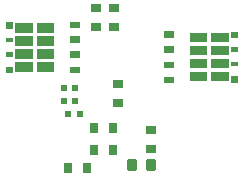
<source format=gbr>
%TF.GenerationSoftware,KiCad,Pcbnew,(6.0.1)*%
%TF.CreationDate,2022-07-19T09:56:27+08:00*%
%TF.ProjectId,HighSideSwitch,48696768-5369-4646-9553-77697463682e,rev?*%
%TF.SameCoordinates,Original*%
%TF.FileFunction,Paste,Top*%
%TF.FilePolarity,Positive*%
%FSLAX46Y46*%
G04 Gerber Fmt 4.6, Leading zero omitted, Abs format (unit mm)*
G04 Created by KiCad (PCBNEW (6.0.1)) date 2022-07-19 09:56:27*
%MOMM*%
%LPD*%
G01*
G04 APERTURE LIST*
G04 Aperture macros list*
%AMRoundRect*
0 Rectangle with rounded corners*
0 $1 Rounding radius*
0 $2 $3 $4 $5 $6 $7 $8 $9 X,Y pos of 4 corners*
0 Add a 4 corners polygon primitive as box body*
4,1,4,$2,$3,$4,$5,$6,$7,$8,$9,$2,$3,0*
0 Add four circle primitives for the rounded corners*
1,1,$1+$1,$2,$3*
1,1,$1+$1,$4,$5*
1,1,$1+$1,$6,$7*
1,1,$1+$1,$8,$9*
0 Add four rect primitives between the rounded corners*
20,1,$1+$1,$2,$3,$4,$5,0*
20,1,$1+$1,$4,$5,$6,$7,0*
20,1,$1+$1,$6,$7,$8,$9,0*
20,1,$1+$1,$8,$9,$2,$3,0*%
G04 Aperture macros list end*
%ADD10RoundRect,0.000000X-0.400000X-0.320000X0.400000X-0.320000X0.400000X0.320000X-0.400000X0.320000X0*%
%ADD11RoundRect,0.000000X0.200000X-0.240000X0.200000X0.240000X-0.200000X0.240000X-0.200000X-0.240000X0*%
%ADD12RoundRect,0.000000X0.340000X-0.425000X0.340000X0.425000X-0.340000X0.425000X-0.340000X-0.425000X0*%
%ADD13RoundRect,0.000000X-0.320000X0.400000X-0.320000X-0.400000X0.320000X-0.400000X0.320000X0.400000X0*%
%ADD14R,0.850000X0.600000*%
%ADD15RoundRect,0.000000X0.400000X0.320000X-0.400000X0.320000X-0.400000X-0.320000X0.400000X-0.320000X0*%
%ADD16RoundRect,0.000000X-0.200000X0.240000X-0.200000X-0.240000X0.200000X-0.240000X0.200000X0.240000X0*%
G04 APERTURE END LIST*
%TO.C,Q2*%
G36*
X177653800Y-84457800D02*
G01*
X178253800Y-84457800D01*
X178253800Y-84057800D01*
X177653800Y-84057800D01*
X177653800Y-84457800D01*
G37*
G36*
X178453800Y-83482800D02*
G01*
X179953800Y-83482800D01*
X179953800Y-82682800D01*
X178453800Y-82682800D01*
X178453800Y-83482800D01*
G37*
G36*
X183053800Y-83257800D02*
G01*
X183903800Y-83257800D01*
X183903800Y-82682800D01*
X183053800Y-82682800D01*
X183053800Y-83257800D01*
G37*
G36*
X178453800Y-82382800D02*
G01*
X179953800Y-82382800D01*
X179953800Y-81582800D01*
X178453800Y-81582800D01*
X178453800Y-82382800D01*
G37*
G36*
X183053800Y-84557800D02*
G01*
X183903800Y-84557800D01*
X183903800Y-83957800D01*
X183053800Y-83957800D01*
X183053800Y-84557800D01*
G37*
G36*
X177653800Y-85782800D02*
G01*
X178253800Y-85782800D01*
X178253800Y-85282800D01*
X177653800Y-85282800D01*
X177653800Y-85782800D01*
G37*
G36*
X178453800Y-84582800D02*
G01*
X179953800Y-84582800D01*
X179953800Y-83782800D01*
X178453800Y-83782800D01*
X178453800Y-84582800D01*
G37*
G36*
X180253800Y-85682800D02*
G01*
X181753800Y-85682800D01*
X181753800Y-84882800D01*
X180253800Y-84882800D01*
X180253800Y-85682800D01*
G37*
G36*
X177653800Y-83207800D02*
G01*
X178253800Y-83207800D01*
X178253800Y-82857800D01*
X177653800Y-82857800D01*
X177653800Y-83207800D01*
G37*
G36*
X177653800Y-82032800D02*
G01*
X178253800Y-82032800D01*
X178253800Y-81482800D01*
X177653800Y-81482800D01*
X177653800Y-82032800D01*
G37*
G36*
X183053800Y-85832800D02*
G01*
X183903800Y-85832800D01*
X183903800Y-85257800D01*
X183053800Y-85257800D01*
X183053800Y-85832800D01*
G37*
G36*
X180253800Y-82382800D02*
G01*
X181753800Y-82382800D01*
X181753800Y-81582800D01*
X180253800Y-81582800D01*
X180253800Y-82382800D01*
G37*
G36*
X180253800Y-84582800D02*
G01*
X181753800Y-84582800D01*
X181753800Y-83782800D01*
X180253800Y-83782800D01*
X180253800Y-84582800D01*
G37*
G36*
X178453800Y-85682800D02*
G01*
X179953800Y-85682800D01*
X179953800Y-84882800D01*
X178453800Y-84882800D01*
X178453800Y-85682800D01*
G37*
G36*
X180253800Y-83482800D02*
G01*
X181753800Y-83482800D01*
X181753800Y-82682800D01*
X180253800Y-82682800D01*
X180253800Y-83482800D01*
G37*
%TO.C,Q1*%
G36*
X196518800Y-85702800D02*
G01*
X195018800Y-85702800D01*
X195018800Y-86502800D01*
X196518800Y-86502800D01*
X196518800Y-85702800D01*
G37*
G36*
X194718800Y-83502800D02*
G01*
X193218800Y-83502800D01*
X193218800Y-84302800D01*
X194718800Y-84302800D01*
X194718800Y-83502800D01*
G37*
G36*
X191918800Y-84827800D02*
G01*
X191068800Y-84827800D01*
X191068800Y-85402800D01*
X191918800Y-85402800D01*
X191918800Y-84827800D01*
G37*
G36*
X197318800Y-82302800D02*
G01*
X196718800Y-82302800D01*
X196718800Y-82802800D01*
X197318800Y-82802800D01*
X197318800Y-82302800D01*
G37*
G36*
X196518800Y-84602800D02*
G01*
X195018800Y-84602800D01*
X195018800Y-85402800D01*
X196518800Y-85402800D01*
X196518800Y-84602800D01*
G37*
G36*
X194718800Y-82402800D02*
G01*
X193218800Y-82402800D01*
X193218800Y-83202800D01*
X194718800Y-83202800D01*
X194718800Y-82402800D01*
G37*
G36*
X196518800Y-82402800D02*
G01*
X195018800Y-82402800D01*
X195018800Y-83202800D01*
X196518800Y-83202800D01*
X196518800Y-82402800D01*
G37*
G36*
X191918800Y-82252800D02*
G01*
X191068800Y-82252800D01*
X191068800Y-82827800D01*
X191918800Y-82827800D01*
X191918800Y-82252800D01*
G37*
G36*
X197318800Y-83627800D02*
G01*
X196718800Y-83627800D01*
X196718800Y-84027800D01*
X197318800Y-84027800D01*
X197318800Y-83627800D01*
G37*
G36*
X197318800Y-86052800D02*
G01*
X196718800Y-86052800D01*
X196718800Y-86602800D01*
X197318800Y-86602800D01*
X197318800Y-86052800D01*
G37*
G36*
X194718800Y-85702800D02*
G01*
X193218800Y-85702800D01*
X193218800Y-86502800D01*
X194718800Y-86502800D01*
X194718800Y-85702800D01*
G37*
G36*
X194718800Y-84602800D02*
G01*
X193218800Y-84602800D01*
X193218800Y-85402800D01*
X194718800Y-85402800D01*
X194718800Y-84602800D01*
G37*
G36*
X197318800Y-84877800D02*
G01*
X196718800Y-84877800D01*
X196718800Y-85227800D01*
X197318800Y-85227800D01*
X197318800Y-84877800D01*
G37*
G36*
X196518800Y-83502800D02*
G01*
X195018800Y-83502800D01*
X195018800Y-84302800D01*
X196518800Y-84302800D01*
X196518800Y-83502800D01*
G37*
G36*
X191918800Y-83527800D02*
G01*
X191068800Y-83527800D01*
X191068800Y-84127800D01*
X191918800Y-84127800D01*
X191918800Y-83527800D01*
G37*
%TD*%
D10*
%TO.C,R9*%
X186836800Y-80276800D03*
X186836800Y-81876800D03*
%TD*%
D11*
%TO.C,R1*%
X182548800Y-87062800D03*
X183548800Y-87062800D03*
%TD*%
%TO.C,C1*%
X182548800Y-88172800D03*
X183548800Y-88172800D03*
%TD*%
D12*
%TO.C,D2*%
X188358800Y-93612800D03*
X189958800Y-93612800D03*
%TD*%
D13*
%TO.C,R5*%
X186738800Y-90452800D03*
X185138800Y-90452800D03*
%TD*%
D14*
%TO.C,Q2*%
X183478800Y-81732800D03*
%TD*%
D13*
%TO.C,R6*%
X186738800Y-92282800D03*
X185138800Y-92282800D03*
%TD*%
D15*
%TO.C,R11*%
X189986400Y-92189200D03*
X189986400Y-90589200D03*
%TD*%
D16*
%TO.C,R7*%
X183928800Y-89282800D03*
X182928800Y-89282800D03*
%TD*%
D13*
%TO.C,R3*%
X184508800Y-93842800D03*
X182908800Y-93842800D03*
%TD*%
D14*
%TO.C,Q1*%
X191493800Y-86352800D03*
%TD*%
D15*
%TO.C,R8*%
X187141600Y-88328400D03*
X187141600Y-86728400D03*
%TD*%
D10*
%TO.C,R10*%
X185278800Y-80272800D03*
X185278800Y-81872800D03*
%TD*%
M02*

</source>
